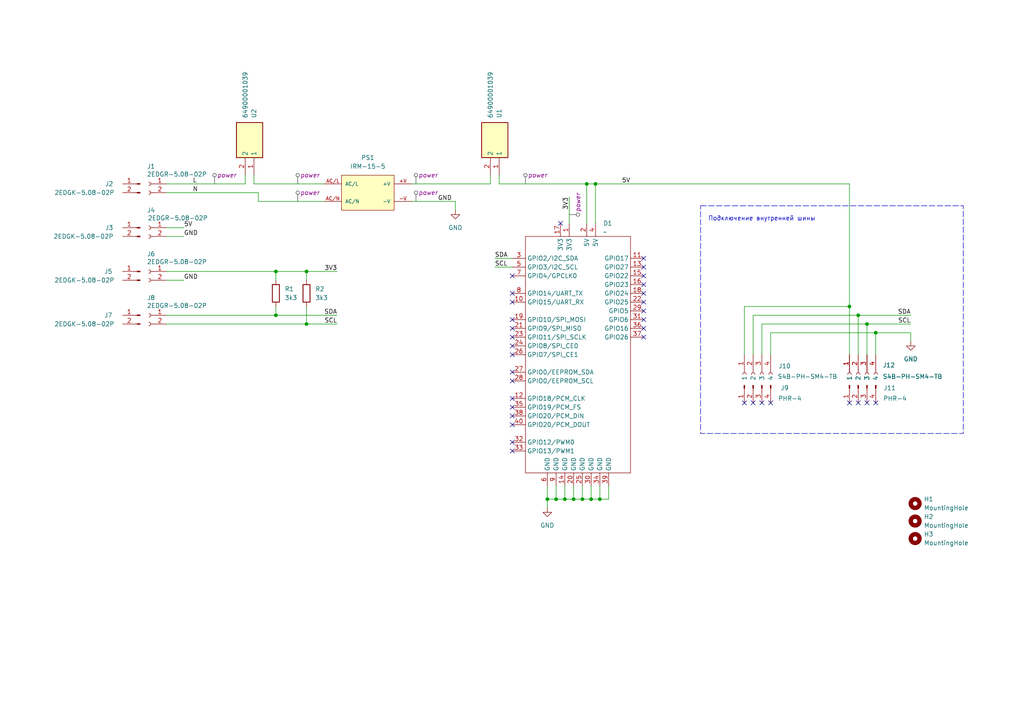
<source format=kicad_sch>
(kicad_sch (version 20231120) (generator "eeschema") (generator_version "8.0")
  (paper "A4")
  (lib_symbols
    (symbol "JST_S4B-PH-SM4-TB_1" (pin_names (offset 1.016))
      (property "Reference" "J" (at -2.5428 6.3569 0))
      (property "Value" "S4B-PH-SM4-TB" (at -2.5411 -7.6232 0))
      (symbol "JST_S4B-PH-SM4-TB_1_1_0"
        (pin passive line (at -5.08 3.81 0) (length 5.08) (name "1") (number "1"))
        (pin passive line (at -5.08 1.27 0) (length 5.08) (name "2") (number "2"))
        (pin passive line (at -5.08 -1.27 0) (length 5.08) (name "3") (number "3"))
        (pin passive line (at -5.08 -3.81 0) (length 5.08) (name "4") (number "4"))
      )
      (symbol "JST_S4B-PH-SM4-TB_1_1_1"
        (arc (start 0.635 -3.302) (mid 0.127 -3.81) (end 0.635 -4.318) (stroke (width 0.1524)))
        (arc (start 0.635 -0.762) (mid 0.127 -1.27) (end 0.635 -1.778) (stroke (width 0.1524)))
        (arc (start 0.635 1.778) (mid 0.127 1.27) (end 0.635 0.762) (stroke (width 0.1524)))
        (arc (start 0.635 4.318) (mid 0.127 3.81) (end 0.635 3.302) (stroke (width 0.1524)))
      )
    )
    (symbol "Mechanical:MountingHole" (pin_names (offset 1.016)) (exclude_from_sim yes) (in_bom no)
      (property "Reference" "H" (at 0 5.08 0))
      (property "Value" "MountingHole" (at 0 3.175 0))
      (symbol "MountingHole_0_1"
        (circle (center 0 0) (radius 1.27) (stroke (width 1.27)))
      )
    )
    (symbol "NextPCB:Degson_2EDGK-5.08-02P" (pin_names (offset 1.016) hide) (on_board no)
      (property "Reference" "J" (at 0 2.54 0))
      (property "Value" "2EDGK-5.08-02P" (at 0 -5.08 0))
      (symbol "Degson_2EDGK-5.08-02P_1_1"
        (rectangle (start -4.2164 -2.413) (end -5.08 -2.667) (stroke (width 0.1524)) (fill (type outline)))
        (rectangle (start -4.2164 0.127) (end -5.08 -0.127) (stroke (width 0.1524)) (fill (type outline)))
        (polyline (pts (xy -3.81 -2.54) (xy -4.2164 -2.54)) (stroke (width 0.1524)))
        (polyline (pts (xy -3.81 0) (xy -4.2164 0)) (stroke (width 0.1524)))
        (pin passive line (at 0 0 180) (length 3.81) (name "Pin_1") (number "1"))
        (pin passive line (at 0 -2.54 180) (length 3.81) (name "Pin_2") (number "2"))
      )
    )
    (symbol "NextPCB:Degson_2EDGR-5.08-02P" (pin_names (offset 1.016) hide)
      (property "Reference" "J" (at 0 2.54 0))
      (property "Value" "2EDGR-5.08-02P" (at 0 -5.08 0))
      (symbol "Degson_2EDGR-5.08-02P_1_1"
        (arc (start 0 -2.032) (mid -0.5058 -2.54) (end 0 -3.048) (stroke (width 0.1524)))
        (polyline (pts (xy -1.27 -2.54) (xy -0.508 -2.54)) (stroke (width 0.1524)))
        (polyline (pts (xy -1.27 0) (xy -0.508 0)) (stroke (width 0.1524)))
        (arc (start 0 0.508) (mid -0.5058 0) (end 0 -0.508) (stroke (width 0.1524)))
        (pin passive line (at -5.08 0 0) (length 3.81) (name "Pin_1") (number "1"))
        (pin passive line (at -5.08 -2.54 0) (length 3.81) (name "Pin_2") (number "2"))
      )
    )
    (symbol "NextPCB:Fuseholder"
      (property "Reference" "U" (at 16.51 7.62 0))
      (property "Value" "64900001039" (at 16.51 5.08 0))
      (symbol "Fuseholder_1_1"
        (rectangle (start 5.08 2.54) (end 15.24 -5.08) (stroke (width 0.254)) (fill (type background)))
        (pin passive line (at 0 0 0) (length 5.08) (name "1") (number "1"))
        (pin passive line (at 0 -2.54 0) (length 5.08) (name "2") (number "2"))
      )
    )
    (symbol "NextPCB:JST_PHR-4" (pin_names (offset 1.016) hide)
      (property "Reference" "J" (at 0 5.08 0))
      (property "Value" "PHR-4" (at 0 -7.62 0))
      (symbol "JST_PHR-4_1_1"
        (polyline (pts (xy 1.27 -5.08) (xy 0.8636 -5.08)) (stroke (width 0.1524)))
        (polyline (pts (xy 1.27 -2.54) (xy 0.8636 -2.54)) (stroke (width 0.1524)))
        (polyline (pts (xy 1.27 0) (xy 0.8636 0)) (stroke (width 0.1524)))
        (polyline (pts (xy 1.27 2.54) (xy 0.8636 2.54)) (stroke (width 0.1524)))
        (rectangle (start 0.8636 -4.953) (end 0 -5.207) (stroke (width 0.1524)) (fill (type outline)))
        (rectangle (start 0.8636 -2.413) (end 0 -2.667) (stroke (width 0.1524)) (fill (type outline)))
        (rectangle (start 0.8636 0.127) (end 0 -0.127) (stroke (width 0.1524)) (fill (type outline)))
        (rectangle (start 0.8636 2.667) (end 0 2.413) (stroke (width 0.1524)) (fill (type outline)))
        (pin passive line (at 5.08 2.54 180) (length 3.81) (name "Pin_1") (number "1"))
        (pin passive line (at 5.08 0 180) (length 3.81) (name "Pin_2") (number "2"))
        (pin passive line (at 5.08 -2.54 180) (length 3.81) (name "Pin_3") (number "3"))
        (pin passive line (at 5.08 -5.08 180) (length 3.81) (name "Pin_4") (number "4"))
      )
    )
    (symbol "NextPCB:JST_S4B-PH-SM4-TB" (pin_names (offset 1.016))
      (property "Reference" "J" (at -2.5428 6.3569 0))
      (property "Value" "S4B-PH-SM4-TB" (at -2.5411 -7.6232 0))
      (symbol "JST_S4B-PH-SM4-TB_1_0"
        (pin passive line (at -5.08 3.81 0) (length 5.08) (name "1") (number "1"))
        (pin passive line (at -5.08 1.27 0) (length 5.08) (name "2") (number "2"))
        (pin passive line (at -5.08 -1.27 0) (length 5.08) (name "3") (number "3"))
        (pin passive line (at -5.08 -3.81 0) (length 5.08) (name "4") (number "4"))
      )
      (symbol "JST_S4B-PH-SM4-TB_1_1"
        (arc (start 0.635 -3.302) (mid 0.127 -3.81) (end 0.635 -4.318) (stroke (width 0.1524)))
        (arc (start 0.635 -0.762) (mid 0.127 -1.27) (end 0.635 -1.778) (stroke (width 0.1524)))
        (arc (start 0.635 1.778) (mid 0.127 1.27) (end 0.635 0.762) (stroke (width 0.1524)))
        (arc (start 0.635 4.318) (mid 0.127 3.81) (end 0.635 3.302) (stroke (width 0.1524)))
      )
    )
    (symbol "NextPCB:Meanwell-IRM-15-5" (pin_names (offset 1.016))
      (property "Reference" "PS" (at -7.62 5.842 0))
      (property "Value" "IRM-15-5" (at -7.62 -7.62 0))
      (symbol "Meanwell-IRM-15-5_0_0"
        (rectangle (start -7.62 -5.08) (end 7.62 5.08) (stroke (width 0.1524)) (fill (type background)))
        (pin output line (at 12.7 2.54 180) (length 5.08) (name "+V") (number "+V"))
        (pin output line (at 12.7 -2.54 180) (length 5.08) (name "-V") (number "-V"))
        (pin input line (at -12.7 2.54 0) (length 5.08) (name "AC/L") (number "AC/L"))
        (pin input line (at -12.7 -2.54 0) (length 5.08) (name "AC/N") (number "AC/N"))
      )
    )
    (symbol "NextPCB:R_3k3_0.25W" (pin_numbers hide) (pin_names (offset 0))
      (property "Reference" "R" (at 2.032 0 90))
      (property "Value" "3k3" (at 0 0 90))
      (symbol "R_3k3_0.25W_0_1"
        (rectangle (start -1.016 -2.54) (end 1.016 2.54) (stroke (width 0.254)))
      )
      (symbol "R_3k3_0.25W_1_1"
        (pin passive line (at 0 3.81 270) (length 1.27) (name "~") (number "1"))
        (pin passive line (at 0 -3.81 90) (length 1.27) (name "~") (number "2"))
      )
    )
    (symbol "NextPCB:RaspberryPi"
      (property "Reference" "D" (at -14.732 2.54 0))
      (symbol "RaspberryPi_0_1"
        (rectangle (start -15.24 0) (end 15.24 -68.58))
      )
      (symbol "RaspberryPi_1_1"
        (pin passive line (at -2.54 3.81 270) (length 3.81) (name "3V3") (number "1"))
        (pin passive line (at -19.05 -19.05 0) (length 3.81) (name "GPIO15/UART_RX") (number "10"))
        (pin passive line (at 19.05 -6.35 180) (length 3.81) (name "GPIO17") (number "11"))
        (pin passive line (at -19.05 -46.99 0) (length 3.81) (name "GPIO18/PCM_CLK") (number "12"))
        (pin passive line (at 19.05 -8.89 180) (length 3.81) (name "GPIO27") (number "13"))
        (pin passive line (at -3.81 -72.39 90) (length 3.81) (name "GND") (number "14"))
        (pin passive line (at 19.05 -11.43 180) (length 3.81) (name "GPIO22") (number "15"))
        (pin passive line (at 19.05 -13.97 180) (length 3.81) (name "GPIO23") (number "16"))
        (pin passive line (at -5.08 3.81 270) (length 3.81) (name "3V3") (number "17"))
        (pin passive line (at 19.05 -16.51 180) (length 3.81) (name "GPIO24") (number "18"))
        (pin passive line (at -19.05 -24.13 0) (length 3.81) (name "GPIO10/SPI_MOSI") (number "19"))
        (pin passive line (at 2.54 3.81 270) (length 3.81) (name "5V") (number "2"))
        (pin passive line (at -1.27 -72.39 90) (length 3.81) (name "GND") (number "20"))
        (pin passive line (at -19.05 -26.67 0) (length 3.81) (name "GPIO9/SPI_MISO") (number "21"))
        (pin passive line (at 19.05 -19.05 180) (length 3.81) (name "GPIO25") (number "22"))
        (pin passive line (at -19.05 -29.21 0) (length 3.81) (name "GPIO11/SPI_SCLK") (number "23"))
        (pin passive line (at -19.05 -31.75 0) (length 3.81) (name "GPIO8/SPI_CE0") (number "24"))
        (pin passive line (at 1.27 -72.39 90) (length 3.81) (name "GND") (number "25"))
        (pin passive line (at -19.05 -34.29 0) (length 3.81) (name "GPIO7/SPI_CE1") (number "26"))
        (pin passive line (at -19.05 -39.37 0) (length 3.81) (name "GPIO0/EEPROM_SDA") (number "27"))
        (pin passive line (at -19.05 -41.91 0) (length 3.81) (name "GPIO0/EEPROM_SCL") (number "28"))
        (pin passive line (at 19.05 -21.59 180) (length 3.81) (name "GPIO5") (number "29"))
        (pin passive line (at -19.05 -6.35 0) (length 3.81) (name "GPIO2/I2C_SDA") (number "3"))
        (pin passive line (at 3.81 -72.39 90) (length 3.81) (name "GND") (number "30"))
        (pin passive line (at 19.05 -24.13 180) (length 3.81) (name "GPIO6") (number "31"))
        (pin passive line (at -19.05 -59.69 0) (length 3.81) (name "GPIO12/PWM0") (number "32"))
        (pin passive line (at -19.05 -62.23 0) (length 3.81) (name "GPIO13/PWM1") (number "33"))
        (pin passive line (at 6.35 -72.39 90) (length 3.81) (name "GND") (number "34"))
        (pin passive line (at -19.05 -49.53 0) (length 3.81) (name "GPIO19/PCM_FS") (number "35"))
        (pin passive line (at 19.05 -26.67 180) (length 3.81) (name "GPIO16") (number "36"))
        (pin passive line (at 19.05 -29.21 180) (length 3.81) (name "GPIO26") (number "37"))
        (pin passive line (at -19.05 -52.07 0) (length 3.81) (name "GPIO20/PCM_DIN") (number "38"))
        (pin passive line (at 8.89 -72.39 90) (length 3.81) (name "GND") (number "39"))
        (pin passive line (at 5.08 3.81 270) (length 3.81) (name "5V") (number "4"))
        (pin passive line (at -19.05 -54.61 0) (length 3.81) (name "GPIO20/PCM_DOUT") (number "40"))
        (pin passive line (at -19.05 -8.89 0) (length 3.81) (name "GPIO3/I2C_SCL") (number "5"))
        (pin passive line (at -8.89 -72.39 90) (length 3.81) (name "GND") (number "6"))
        (pin passive line (at -19.05 -11.43 0) (length 3.81) (name "GPIO4/GPCLK0") (number "7"))
        (pin passive line (at -19.05 -16.51 0) (length 3.81) (name "GPIO14/UART_TX") (number "8"))
        (pin passive line (at -6.35 -72.39 90) (length 3.81) (name "GND") (number "9"))
      )
    )
    (symbol "power:GND" (power) (pin_numbers hide) (pin_names (offset 0) hide)
      (property "Value" "GND" (at 0 -3.81 0))
      (symbol "GND_0_1"
        (polyline (pts (xy 0 0) (xy 0 -1.27) (xy 1.27 -1.27) (xy 0 -2.54) (xy -1.27 -1.27) (xy 0 -1.27)))
      )
      (symbol "GND_1_1"
        (pin power_in line (at 0 0 270) (length 0) (name "~") (number "1"))
      )
    )
  )
  (junction (at 88.9 78.74))
  (junction (at 170.18 53.34))
  (junction (at 161.29 144.78))
  (junction (at 163.83 144.78))
  (junction (at 158.75 144.78))
  (junction (at 251.46 93.98))
  (junction (at 80.01 91.44))
  (junction (at 168.91 144.78))
  (junction (at 171.45 144.78))
  (junction (at 80.01 78.74))
  (junction (at 172.72 53.34))
  (junction (at 88.9 93.98))
  (junction (at 248.92 91.44))
  (junction (at 246.38 88.9))
  (junction (at 173.99 144.78))
  (junction (at 166.37 144.78))
  (junction (at 254 96.52))
  (no_connect (at 220.98 116.84))
  (no_connect (at 246.38 116.84))
  (no_connect (at 186.69 92.71))
  (no_connect (at 186.69 82.55))
  (no_connect (at 223.52 116.84))
  (no_connect (at 148.59 130.81))
  (no_connect (at 148.59 102.87))
  (no_connect (at 148.59 87.63))
  (no_connect (at 148.59 120.65))
  (no_connect (at 186.69 85.09))
  (no_connect (at 148.59 95.25))
  (no_connect (at 148.59 80.01))
  (no_connect (at 186.69 74.93))
  (no_connect (at 186.69 90.17))
  (no_connect (at 186.69 95.25))
  (no_connect (at 186.69 97.79))
  (no_connect (at 254 116.84))
  (no_connect (at 148.59 110.49))
  (no_connect (at 148.59 97.79))
  (no_connect (at 148.59 115.57))
  (no_connect (at 251.46 116.84))
  (no_connect (at 248.92 116.84))
  (no_connect (at 148.59 85.09))
  (no_connect (at 148.59 128.27))
  (no_connect (at 186.69 77.47))
  (no_connect (at 148.59 92.71))
  (no_connect (at 162.56 64.77))
  (no_connect (at 218.44 116.84))
  (no_connect (at 148.59 107.95))
  (no_connect (at 148.59 118.11))
  (no_connect (at 186.69 80.01))
  (no_connect (at 215.9 116.84))
  (no_connect (at 186.69 87.63))
  (no_connect (at 148.59 123.19))
  (no_connect (at 148.59 100.33))
  (wire (pts (xy 48.26 55.88) (xy 74.93 55.88)))
  (wire (pts (xy 246.38 53.34) (xy 246.38 88.9)))
  (wire (pts (xy 80.01 88.9) (xy 80.01 91.44)))
  (wire (pts (xy 143.51 74.93) (xy 148.59 74.93)))
  (wire (pts (xy 48.26 68.58) (xy 53.34 68.58)))
  (wire (pts (xy 264.16 99.06) (xy 264.16 96.52)))
  (wire (pts (xy 215.9 88.9) (xy 246.38 88.9)))
  (wire (pts (xy 80.01 78.74) (xy 80.01 81.28)))
  (wire (pts (xy 165.1 57.15) (xy 165.1 64.77)))
  (wire (pts (xy 171.45 144.78) (xy 173.99 144.78)))
  (wire (pts (xy 220.98 102.87) (xy 220.98 93.98)))
  (wire (pts (xy 48.26 78.74) (xy 80.01 78.74)))
  (wire (pts (xy 223.52 102.87) (xy 223.52 96.52)))
  (wire (pts (xy 166.37 144.78) (xy 168.91 144.78)))
  (wire (pts (xy 74.93 58.42) (xy 74.93 55.88)))
  (wire (pts (xy 168.91 144.78) (xy 171.45 144.78)))
  (wire (pts (xy 132.08 60.96) (xy 132.08 58.42)))
  (wire (pts (xy 251.46 93.98) (xy 251.46 102.87)))
  (wire (pts (xy 71.12 53.34) (xy 48.26 53.34)))
  (wire (pts (xy 73.66 53.34) (xy 73.66 50.8)))
  (wire (pts (xy 172.72 53.34) (xy 170.18 53.34)))
  (wire (pts (xy 143.51 77.47) (xy 148.59 77.47)))
  (wire (pts (xy 163.83 140.97) (xy 163.83 144.78)))
  (wire (pts (xy 170.18 53.34) (xy 144.78 53.34)))
  (wire (pts (xy 88.9 78.74) (xy 88.9 81.28)))
  (wire (pts (xy 48.26 81.28) (xy 53.34 81.28)))
  (wire (pts (xy 88.9 93.98) (xy 97.79 93.98)))
  (wire (pts (xy 220.98 93.98) (xy 251.46 93.98)))
  (wire (pts (xy 48.26 91.44) (xy 80.01 91.44)))
  (wire (pts (xy 251.46 93.98) (xy 264.16 93.98)))
  (wire (pts (xy 88.9 78.74) (xy 97.79 78.74)))
  (wire (pts (xy 161.29 140.97) (xy 161.29 144.78)))
  (wire (pts (xy 248.92 91.44) (xy 264.16 91.44)))
  (wire (pts (xy 48.26 93.98) (xy 88.9 93.98)))
  (wire (pts (xy 173.99 140.97) (xy 173.99 144.78)))
  (wire (pts (xy 173.99 144.78) (xy 176.53 144.78)))
  (wire (pts (xy 254 96.52) (xy 264.16 96.52)))
  (wire (pts (xy 88.9 88.9) (xy 88.9 93.98)))
  (wire (pts (xy 218.44 91.44) (xy 248.92 91.44)))
  (wire (pts (xy 163.83 144.78) (xy 166.37 144.78)))
  (wire (pts (xy 168.91 140.97) (xy 168.91 144.78)))
  (wire (pts (xy 170.18 53.34) (xy 170.18 64.77)))
  (wire (pts (xy 218.44 102.87) (xy 218.44 91.44)))
  (wire (pts (xy 161.29 144.78) (xy 163.83 144.78)))
  (wire (pts (xy 166.37 140.97) (xy 166.37 144.78)))
  (wire (pts (xy 158.75 140.97) (xy 158.75 144.78)))
  (wire (pts (xy 215.9 88.9) (xy 215.9 102.87)))
  (wire (pts (xy 142.24 50.8) (xy 142.24 53.34)))
  (wire (pts (xy 172.72 64.77) (xy 172.72 53.34)))
  (wire (pts (xy 132.08 58.42) (xy 119.38 58.42)))
  (wire (pts (xy 158.75 144.78) (xy 161.29 144.78)))
  (wire (pts (xy 254 96.52) (xy 254 102.87)))
  (wire (pts (xy 74.93 58.42) (xy 93.98 58.42)))
  (wire (pts (xy 172.72 53.34) (xy 246.38 53.34)))
  (wire (pts (xy 223.52 96.52) (xy 254 96.52)))
  (wire (pts (xy 80.01 78.74) (xy 88.9 78.74)))
  (wire (pts (xy 71.12 50.8) (xy 71.12 53.34)))
  (wire (pts (xy 80.01 91.44) (xy 97.79 91.44)))
  (wire (pts (xy 248.92 91.44) (xy 248.92 102.87)))
  (wire (pts (xy 176.53 140.97) (xy 176.53 144.78)))
  (wire (pts (xy 144.78 53.34) (xy 144.78 50.8)))
  (wire (pts (xy 171.45 140.97) (xy 171.45 144.78)))
  (wire (pts (xy 48.26 66.04) (xy 53.34 66.04)))
  (wire (pts (xy 158.75 144.78) (xy 158.75 147.32)))
  (wire (pts (xy 246.38 88.9) (xy 246.38 102.87)))
  (wire (pts (xy 93.98 53.34) (xy 73.66 53.34)))
  (wire (pts (xy 119.38 53.34) (xy 142.24 53.34)))
  (rectangle (start 203.2 59.69) (end 279.4 125.73) (stroke (width 0) (type dash)))
  (text "Подключение внутренней шины" (at 220.98 63.5 0) (effects (font (size 1.27 1.27))))
  (label "N" (at 55.88 55.88 0))
  (label "3V3" (at 97.79 78.74 180))
  (label "GND" (at 53.34 81.28 0))
  (label "5V" (at 180.34 53.34 0))
  (label "5V" (at 53.34 66.04 0))
  (label "SDA" (at 97.79 91.44 180))
  (label "SDA" (at 264.16 91.44 180))
  (label "GND" (at 127 58.42 0))
  (label "3V3" (at 165.1 57.15 270))
  (label "L" (at 55.88 53.34 0))
  (label "SCL" (at 97.79 93.98 180))
  (label "GND" (at 53.34 68.58 0))
  (label "SCL" (at 264.16 93.98 180))
  (label "SDA" (at 143.51 74.93 0))
  (label "SCL" (at 143.51 77.47 0))
  (netclass_flag "" (length 2.54) (shape round) (at 165.1 62.23 270) (property "Netclass" "power" (at 167.64 61.5315 90) (effects (font (italic yes)) (justify left))))
  (netclass_flag "" (length 2.54) (shape round) (at 152.4 53.34 0) (property "Netclass" "power" (at 153.0985 50.8 0) (effects (font (italic yes)) (justify left))))
  (netclass_flag "" (length 2.54) (shape round) (at 120.65 53.34 0) (property "Netclass" "power" (at 121.3485 50.8 0) (effects (font (italic yes)) (justify left))))
  (netclass_flag "" (length 2.54) (shape round) (at 120.65 58.42 0) (property "Netclass" "power" (at 121.3485 55.88 0) (effects (font (italic yes)) (justify left))))
  (netclass_flag "" (length 2.54) (shape round) (at 86.36 58.42 0) (property "Netclass" "power" (at 87.0585 55.88 0) (effects (font (italic yes)) (justify left))))
  (netclass_flag "" (length 2.54) (shape round) (at 62.23 53.34 0) (property "Netclass" "power" (at 62.9285 50.8 0) (effects (font (italic yes)) (justify left))))
  (netclass_flag "" (length 2.54) (shape round) (at 86.36 53.34 0) (property "Netclass" "power" (at 87.0585 50.8 0) (effects (font (italic yes)) (justify left))))
  (symbol (lib_id "power:GND") (at 132.08 60.96 0) (unit 1)
    (property "Reference" "#PWR01" (effects (hide yes)))
    (property "Value" "GND" (at 132.08 66.04 0))
    (property "Description" "Power symbol creates a global label with name \"GND\" , ground" (effects (hide yes)))
  )
  (symbol (lib_id "NextPCB:Degson_2EDGR-5.08-02P") (at 43.18 78.74 0) (mirror y) (unit 1)
    (property "Reference" "J6" (at 43.815 73.66 0))
    (property "Value" "2EDGR-5.08-02P" (at 51.308 75.946 0))
    (property "Footprint" "NextPCB:Degson_2EDGR-5.08-02P" (effects (hide yes)))
    (property "Description" "Generic connector, single row, 01x02, script generated" (effects (hide yes)))
    (property "NextPCB_url" "https://www.hqonline.com/product-detail/max-maixu--mx2edgr-5-08-02p-gn01-cu-a-1027942969" (effects (hide yes)))
    (property "NextPCB_price" "0.03132" (effects (hide yes)))
  )
  (symbol (lib_id "NextPCB:Degson_2EDGK-5.08-02P") (at 35.56 91.44 0) (mirror y) (unit 1) (on_board no)
    (property "Reference" "J7" (at 30.226 91.44 0) (effects (justify right)))
    (property "Value" "2EDGK-5.08-02P" (at 15.748 93.98 0) (effects (justify right)))
    (property "Description" "Generic connector, single row, 01x02, script generated" (effects (hide yes)))
    (property "NextPCB_url" "https://www.hqonline.com/product-detail/max-maixu--mx2edgk-5-08-02p-gn01-cu-y-a-1027943030" (effects (hide yes)))
    (property "NextPCB_price" "0.11828" (effects (hide yes)))
  )
  (symbol (lib_id "NextPCB:JST_PHR-4") (at 248.92 111.76 90) (mirror x) (unit 1) (on_board no)
    (property "Reference" "J11" (at 258.064 112.522 90))
    (property "Value" "PHR-4" (at 259.588 115.57 90))
    (property "Datasheet" "https://www.jst-mfg.com/product/pdf/eng/ePH.pdf?6656bd1692cde" (effects (hide yes)))
    (property "Description" "Generic connector, single row, 01x04, script generated" (effects (hide yes)))
    (property "NextPCB_price" "0.00887" (effects (hide yes)))
    (property "NextPCB_url" "https://www.hqonline.com/product-detail/rubber-shells-and-accessories-jst-phr-4-2500219090" (effects (hide yes)))
  )
  (symbol (lib_id "power:GND") (at 158.75 147.32 0) (unit 1)
    (property "Reference" "#PWR02" (effects (hide yes)))
    (property "Value" "GND" (at 158.75 152.4 0))
    (property "Description" "Power symbol creates a global label with name \"GND\" , ground" (effects (hide yes)))
  )
  (symbol (lib_id "NextPCB:Fuseholder") (at 144.78 50.8 270) (mirror x) (unit 1)
    (property "Reference" "U1" (at 144.7801 34.29 0) (effects (justify left)))
    (property "Value" "64900001039" (at 142.2401 34.29 0) (effects (justify left)))
    (property "Footprint" "NextPCB:Fuseholder" (effects (hide yes)))
    (property "Datasheet" "http://www.littelfuse.com/~/media/electronics/datasheets/fuse_blocks/littelfuse_fuse_block_649_datasheet.pdf.pdf" (effects (hide yes)))
    (property "Description" "5x20mm Fuseholder 6.3A 250V Littelfuse 6.3A PCB Mount Fuse Holder for 5 x 20mm Cartridge Fuse, 250 V" (effects (hide yes)))
    (property "Manufacturer_Name" "LITTELFUSE" (effects (hide yes)))
    (property "Manufacturer_Part_Number" "64900001039" (effects (hide yes)))
    (property "Mouser Part Number" "576-64900001039" (effects (hide yes)))
    (property "Mouser Price/Stock" "https://www.mouser.co.uk/ProductDetail/Littelfuse/64900001039?qs=hH%252BOa0VZEiArPloPoB86OA%3D%3D" (effects (hide yes)))
    (property "Arrow Part Number" "64900001039" (effects (hide yes)))
    (property "Arrow Price/Stock" "https://www.arrow.com/en/products/64900001039/littelfuse?region=nac" (effects (hide yes)))
    (property "NextPCB_url" "https://www.hqonline.com/product-detail/fuse-holders---clips---boxes-littelfuse-65600001009-1003834129" (effects (hide yes)))
    (property "NextPCB_price" "0.4163" (effects (hide yes)))
  )
  (symbol (lib_id "NextPCB:Meanwell-IRM-15-5") (at 106.68 55.88 0) (unit 1)
    (property "Reference" "PS1" (at 106.68 45.72 0))
    (property "Value" "IRM-15-5" (at 106.68 48.26 0))
    (property "Footprint" "NextPCB:Meanwell-IRM-15-5_CONV_IRM-15-5" (effects (hide yes)))
    (property "MF" "MEAN WELL" (effects (hide yes)))
    (property "MAXIMUM_PACKAGE_HEIGHT" "24mm" (effects (hide yes)))
    (property "Package" "None" (effects (hide yes)))
    (property "Price" "None" (effects (hide yes)))
    (property "Check_prices" "https://www.snapeda.com/parts/IRM-15-5/MEAN+WELL+USA+Inc./view-part/?ref=eda" (effects (hide yes)))
    (property "STANDARD" "IPC-7351B" (effects (hide yes)))
    (property "SnapEDA_Link" "https://www.snapeda.com/parts/IRM-15-5/MEAN+WELL+USA+Inc./view-part/?ref=snap" (effects (hide yes)))
    (property "MP" "IRM-15-5" (effects (hide yes)))
    (property "Purchase-URL" "https://www.snapeda.com/api/url_track_click_mouser/?unipart_id=275136&manufacturer=MEAN WELL&part_name=IRM-15-5&search_term=irm-15-5" (effects (hide yes)))
    (property "Description_1" "\nPower Supply,AC-DC,5V,3A,115-264V In,Encapsulated,Thru-Hole,15W,IRM Series | MEAN WELL IRM-15-5\n" (effects (hide yes)))
    (property "Availability" "In Stock" (effects (hide yes)))
    (property "MANUFACTURER" "MEAN WELL" (effects (hide yes)))
  )
  (symbol (lib_id "NextPCB:R_3k3_0.25W") (at 88.9 85.09 0) (unit 1)
    (property "Reference" "R2" (at 91.44 83.8199 0) (effects (justify left)))
    (property "Value" "3k3" (at 91.44 86.3599 0) (effects (justify left)))
    (property "Footprint" "Resistor_SMD:R_1206_3216Metric_Pad1.30x1.75mm_HandSolder" (effects (hide yes)))
    (property "Datasheet" "https://www.hqonline.com/product-detail/chip-resistors-fojan-frc2512f1101ts-2500371841" (effects (hide yes)))
    (property "Description" "Resistor" (effects (hide yes)))
    (property "NextPCB_price" "0.00169" (effects (hide yes)))
    (property "NextPCB_url" "https://www.hqonline.com/product-detail/chip-resistors-fojan-frc1206f3301ts-2500354421" (effects (hide yes)))
  )
  (symbol (lib_id "NextPCB:RaspberryPi") (at 167.64 68.58 0) (unit 1)
    (property "Reference" "D1" (at 174.9141 64.77 0) (effects (justify left)))
    (property "Value" "~" (at 174.9141 67.31 0) (effects (justify left)))
    (property "Footprint" "NextPCB:RaspberryPi" (effects (hide yes)))
    (property "NextPCB_price" "200" (effects (hide yes)))
  )
  (symbol (lib_id "Mechanical:MountingHole") (at 265.43 156.21 0) (unit 1) (exclude_from_sim yes) (in_bom no)
    (property "Reference" "H3" (at 267.97 154.9399 0) (effects (justify left)))
    (property "Value" "MountingHole" (at 267.97 157.4799 0) (effects (justify left)))
    (property "Footprint" "MountingHole:MountingHole_3.2mm_M3" (effects (hide yes)))
    (property "Description" "Mounting Hole without connection" (effects (hide yes)))
  )
  (symbol (lib_id "NextPCB:JST_PHR-4") (at 218.44 111.76 90) (mirror x) (unit 1) (on_board no)
    (property "Reference" "J9" (at 227.584 112.522 90))
    (property "Value" "PHR-4" (at 229.108 115.57 90))
    (property "Datasheet" "https://www.jst-mfg.com/product/pdf/eng/ePH.pdf?6656bd1692cde" (effects (hide yes)))
    (property "Description" "Generic connector, single row, 01x04, script generated" (effects (hide yes)))
    (property "NextPCB_price" "0.00887" (effects (hide yes)))
    (property "NextPCB_url" "https://www.hqonline.com/product-detail/rubber-shells-and-accessories-jst-phr-4-2500219090" (effects (hide yes)))
  )
  (symbol (lib_name "JST_S4B-PH-SM4-TB_1") (lib_id "NextPCB:JST_S4B-PH-SM4-TB") (at 219.71 107.95 90) (mirror x) (unit 1)
    (property "Reference" "J10" (at 227.584 106.172 90))
    (property "Value" "S4B-PH-SM4-TB" (at 234.188 109.22 90))
    (property "Footprint" "NextPCB:JST_S4B-PH-SM4-TB_JST_S4B-PH-SM4-TB" (effects (hide yes)))
    (property "MF" "JST Sales" (effects (hide yes)))
    (property "Description_1" "\nConnector Header Surface Mount, Right Angle 4 position 0.079 (2.00mm)\n" (effects (hide yes)))
    (property "Package" "None" (effects (hide yes)))
    (property "Price" "None" (effects (hide yes)))
    (property "Check_prices" "https://www.snapeda.com/parts/S4B-PH-SM4-TB/JST+Sales+America+Inc./view-part/?ref=eda" (effects (hide yes)))
    (property "SnapEDA_Link" "https://www.snapeda.com/parts/S4B-PH-SM4-TB/JST+Sales+America+Inc./view-part/?ref=snap" (effects (hide yes)))
    (property "MP" "S4B-PH-SM4-TB" (effects (hide yes)))
    (property "Availability" "In Stock" (effects (hide yes)))
    (property "MANUFACTURER" "JST" (effects (hide yes)))
    (property "NextPCB_url" "https://www.hqonline.com/product-detail/integrated-components-jst-s4b-ph-sm4-tb-1005295362" (effects (hide yes)))
    (property "NextPCB_price" "0.15819" (effects (hide yes)))
  )
  (symbol (lib_id "NextPCB:Degson_2EDGK-5.08-02P") (at 35.56 66.04 0) (mirror y) (unit 1) (on_board no)
    (property "Reference" "J3" (at 30.48 66.04 0) (effects (justify right)))
    (property "Value" "2EDGK-5.08-02P" (at 15.494 68.58 0) (effects (justify right)))
    (property "Description" "Generic connector, single row, 01x02, script generated" (effects (hide yes)))
    (property "NextPCB_url" "https://www.hqonline.com/product-detail/max-maixu--mx2edgk-5-08-02p-gn01-cu-y-a-1027943030" (effects (hide yes)))
    (property "NextPCB_price" "0.11828" (effects (hide yes)))
  )
  (symbol (lib_id "NextPCB:Fuseholder") (at 73.66 50.8 270) (mirror x) (unit 1)
    (property "Reference" "U2" (at 73.6601 34.29 0) (effects (justify left)))
    (property "Value" "64900001039" (at 71.1201 34.29 0) (effects (justify left)))
    (property "Footprint" "NextPCB:Fuseholder" (effects (hide yes)))
    (property "Datasheet" "http://www.littelfuse.com/~/media/electronics/datasheets/fuse_blocks/littelfuse_fuse_block_649_datasheet.pdf.pdf" (effects (hide yes)))
    (property "Description" "5x20mm Fuseholder 6.3A 250V Littelfuse 6.3A PCB Mount Fuse Holder for 5 x 20mm Cartridge Fuse, 250 V" (effects (hide yes)))
    (property "Manufacturer_Name" "LITTELFUSE" (effects (hide yes)))
    (property "Manufacturer_Part_Number" "64900001039" (effects (hide yes)))
    (property "Mouser Part Number" "576-64900001039" (effects (hide yes)))
    (property "Mouser Price/Stock" "https://www.mouser.co.uk/ProductDetail/Littelfuse/64900001039?qs=hH%252BOa0VZEiArPloPoB86OA%3D%3D" (effects (hide yes)))
    (property "Arrow Part Number" "64900001039" (effects (hide yes)))
    (property "Arrow Price/Stock" "https://www.arrow.com/en/products/64900001039/littelfuse?region=nac" (effects (hide yes)))
    (property "NextPCB_url" "https://www.hqonline.com/product-detail/fuse-holders---clips---boxes-littelfuse-65600001009-1003834129" (effects (hide yes)))
    (property "NextPCB_price" "0.4163" (effects (hide yes)))
  )
  (symbol (lib_id "NextPCB:R_3k3_0.25W") (at 80.01 85.09 0) (unit 1)
    (property "Reference" "R1" (at 82.55 83.8199 0) (effects (justify left)))
    (property "Value" "3k3" (at 82.55 86.3599 0) (effects (justify left)))
    (property "Footprint" "Resistor_SMD:R_1206_3216Metric_Pad1.30x1.75mm_HandSolder" (effects (hide yes)))
    (property "Datasheet" "https://www.hqonline.com/product-detail/chip-resistors-fojan-frc2512f1101ts-2500371841" (effects (hide yes)))
    (property "Description" "Resistor" (effects (hide yes)))
    (property "NextPCB_price" "0.00169" (effects (hide yes)))
    (property "NextPCB_url" "https://www.hqonline.com/product-detail/chip-resistors-fojan-frc1206f3301ts-2500354421" (effects (hide yes)))
  )
  (symbol (lib_id "NextPCB:Degson_2EDGK-5.08-02P") (at 35.56 53.34 0) (mirror y) (unit 1) (on_board no)
    (property "Reference" "J2" (at 30.48 53.34 0) (effects (justify right)))
    (property "Value" "2EDGK-5.08-02P" (at 15.748 55.88 0) (effects (justify right)))
    (property "Description" "Generic connector, single row, 01x02, script generated" (effects (hide yes)))
    (property "NextPCB_url" "https://www.hqonline.com/product-detail/max-maixu--mx2edgk-5-08-02p-gn01-cu-y-a-1027943030" (effects (hide yes)))
    (property "NextPCB_price" "0.11828" (effects (hide yes)))
  )
  (symbol (lib_id "NextPCB:Degson_2EDGR-5.08-02P") (at 43.18 91.44 0) (mirror y) (unit 1)
    (property "Reference" "J8" (at 43.815 86.36 0))
    (property "Value" "2EDGR-5.08-02P" (at 51.308 88.646 0))
    (property "Footprint" "NextPCB:Degson_2EDGR-5.08-02P" (effects (hide yes)))
    (property "Description" "Generic connector, single row, 01x02, script generated" (effects (hide yes)))
    (property "NextPCB_url" "https://www.hqonline.com/product-detail/max-maixu--mx2edgr-5-08-02p-gn01-cu-a-1027942969" (effects (hide yes)))
    (property "NextPCB_price" "0.03132" (effects (hide yes)))
  )
  (symbol (lib_id "NextPCB:Degson_2EDGK-5.08-02P") (at 35.56 78.74 0) (mirror y) (unit 1) (on_board no)
    (property "Reference" "J5" (at 30.226 78.74 0) (effects (justify right)))
    (property "Value" "2EDGK-5.08-02P" (at 15.748 81.28 0) (effects (justify right)))
    (property "Description" "Generic connector, single row, 01x02, script generated" (effects (hide yes)))
    (property "NextPCB_url" "https://www.hqonline.com/product-detail/max-maixu--mx2edgk-5-08-02p-gn01-cu-y-a-1027943030" (effects (hide yes)))
    (property "NextPCB_price" "0.11828" (effects (hide yes)))
  )
  (symbol (lib_id "Mechanical:MountingHole") (at 265.43 151.13 0) (unit 1) (exclude_from_sim yes) (in_bom no)
    (property "Reference" "H2" (at 267.97 149.8599 0) (effects (justify left)))
    (property "Value" "MountingHole" (at 267.97 152.3999 0) (effects (justify left)))
    (property "Footprint" "MountingHole:MountingHole_3.2mm_M3" (effects (hide yes)))
    (property "Description" "Mounting Hole without connection" (effects (hide yes)))
  )
  (symbol (lib_id "NextPCB:JST_S4B-PH-SM4-TB") (at 250.19 107.95 90) (mirror x) (unit 1)
    (property "Reference" "J12" (at 257.81 105.918 90))
    (property "Value" "S4B-PH-SM4-TB" (at 264.668 109.22 90))
    (property "Footprint" "NextPCB:JST_S4B-PH-SM4-TB_JST_S4B-PH-SM4-TB" (effects (hide yes)))
    (property "MF" "JST Sales" (effects (hide yes)))
    (property "Description_1" "\nConnector Header Surface Mount, Right Angle 4 position 0.079 (2.00mm)\n" (effects (hide yes)))
    (property "Package" "None" (effects (hide yes)))
    (property "Price" "None" (effects (hide yes)))
    (property "Check_prices" "https://www.snapeda.com/parts/S4B-PH-SM4-TB/JST+Sales+America+Inc./view-part/?ref=eda" (effects (hide yes)))
    (property "SnapEDA_Link" "https://www.snapeda.com/parts/S4B-PH-SM4-TB/JST+Sales+America+Inc./view-part/?ref=snap" (effects (hide yes)))
    (property "MP" "S4B-PH-SM4-TB" (effects (hide yes)))
    (property "Availability" "In Stock" (effects (hide yes)))
    (property "MANUFACTURER" "JST" (effects (hide yes)))
    (property "NextPCB_url" "https://www.hqonline.com/product-detail/integrated-components-jst-s4b-ph-sm4-tb-1005295362" (effects (hide yes)))
    (property "NextPCB_price" "0.15819" (effects (hide yes)))
  )
  (symbol (lib_id "NextPCB:Degson_2EDGR-5.08-02P") (at 43.18 53.34 0) (mirror y) (unit 1)
    (property "Reference" "J1" (at 43.815 48.26 0))
    (property "Value" "2EDGR-5.08-02P" (at 51.308 50.546 0))
    (property "Footprint" "NextPCB:Degson_2EDGR-5.08-02P" (effects (hide yes)))
    (property "Description" "Generic connector, single row, 01x02, script generated" (effects (hide yes)))
    (property "NextPCB_url" "https://www.hqonline.com/product-detail/max-maixu--mx2edgr-5-08-02p-gn01-cu-a-1027942969" (effects (hide yes)))
    (property "NextPCB_price" "0.03132" (effects (hide yes)))
  )
  (symbol (lib_id "NextPCB:Degson_2EDGR-5.08-02P") (at 43.18 66.04 0) (mirror y) (unit 1)
    (property "Reference" "J4" (at 43.815 60.96 0))
    (property "Value" "2EDGR-5.08-02P" (at 51.562 63.246 0))
    (property "Footprint" "NextPCB:Degson_2EDGR-5.08-02P" (effects (hide yes)))
    (property "Description" "Generic connector, single row, 01x02, script generated" (effects (hide yes)))
    (property "NextPCB_url" "https://www.hqonline.com/product-detail/max-maixu--mx2edgr-5-08-02p-gn01-cu-a-1027942969" (effects (hide yes)))
    (property "NextPCB_price" "0.03132" (effects (hide yes)))
  )
  (symbol (lib_id "power:GND") (at 264.16 99.06 0) (unit 1)
    (property "Reference" "#PWR04" (effects (hide yes)))
    (property "Value" "GND" (at 264.16 104.14 0))
    (property "Description" "Power symbol creates a global label with name \"GND\" , ground" (effects (hide yes)))
  )
  (symbol (lib_id "Mechanical:MountingHole") (at 265.43 146.05 0) (unit 1) (exclude_from_sim yes) (in_bom no)
    (property "Reference" "H1" (at 267.97 144.7799 0) (effects (justify left)))
    (property "Value" "MountingHole" (at 267.97 147.3199 0) (effects (justify left)))
    (property "Footprint" "MountingHole:MountingHole_3.2mm_M3" (effects (hide yes)))
    (property "Description" "Mounting Hole without connection" (effects (hide yes)))
  )
)
</source>
